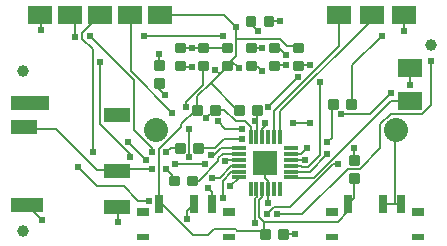
<source format=gtl>
G75*
%MOIN*%
%OFA0B0*%
%FSLAX24Y24*%
%IPPOS*%
%LPD*%
%AMOC8*
5,1,8,0,0,1.08239X$1,22.5*
%
%ADD10C,0.0088*%
%ADD11R,0.0118X0.0472*%
%ADD12R,0.0472X0.0118*%
%ADD13R,0.0472X0.0120*%
%ADD14R,0.0800X0.0800*%
%ADD15R,0.0787X0.0591*%
%ADD16R,0.0276X0.0591*%
%ADD17R,0.0394X0.0236*%
%ADD18R,0.0394X0.0315*%
%ADD19C,0.0800*%
%ADD20R,0.1300X0.0500*%
%ADD21R,0.0900X0.0500*%
%ADD22R,0.1100X0.0500*%
%ADD23C,0.0394*%
%ADD24C,0.0060*%
%ADD25C,0.0240*%
%ADD26C,0.0080*%
D10*
X005748Y002701D02*
X006010Y002701D01*
X005748Y002701D02*
X005748Y002963D01*
X006010Y002963D01*
X006010Y002701D01*
X006010Y002788D02*
X005748Y002788D01*
X005748Y002875D02*
X006010Y002875D01*
X006010Y002962D02*
X005748Y002962D01*
X006348Y002701D02*
X006610Y002701D01*
X006348Y002701D02*
X006348Y002963D01*
X006610Y002963D01*
X006610Y002701D01*
X006610Y002788D02*
X006348Y002788D01*
X006348Y002875D02*
X006610Y002875D01*
X006610Y002962D02*
X006348Y002962D01*
X006207Y003784D02*
X005945Y003784D01*
X005945Y004046D01*
X006207Y004046D01*
X006207Y003784D01*
X006207Y003871D02*
X005945Y003871D01*
X005945Y003958D02*
X006207Y003958D01*
X006207Y004045D02*
X005945Y004045D01*
X006545Y003784D02*
X006807Y003784D01*
X006545Y003784D02*
X006545Y004046D01*
X006807Y004046D01*
X006807Y003784D01*
X006807Y003871D02*
X006545Y003871D01*
X006545Y003958D02*
X006807Y003958D01*
X006807Y004045D02*
X006545Y004045D01*
X006535Y005326D02*
X006797Y005326D01*
X006797Y005064D01*
X006535Y005064D01*
X006535Y005326D01*
X006535Y005151D02*
X006797Y005151D01*
X006797Y005238D02*
X006535Y005238D01*
X006535Y005325D02*
X006797Y005325D01*
X007135Y005326D02*
X007397Y005326D01*
X007397Y005064D01*
X007135Y005064D01*
X007135Y005326D01*
X007135Y005151D02*
X007397Y005151D01*
X007397Y005238D02*
X007135Y005238D01*
X007135Y005325D02*
X007397Y005325D01*
X007913Y005326D02*
X008175Y005326D01*
X008175Y005064D01*
X007913Y005064D01*
X007913Y005326D01*
X007913Y005151D02*
X008175Y005151D01*
X008175Y005238D02*
X007913Y005238D01*
X007913Y005325D02*
X008175Y005325D01*
X008513Y005326D02*
X008775Y005326D01*
X008775Y005064D01*
X008513Y005064D01*
X008513Y005326D01*
X008513Y005151D02*
X008775Y005151D01*
X008775Y005238D02*
X008513Y005238D01*
X008513Y005325D02*
X008775Y005325D01*
X008574Y006535D02*
X008574Y006797D01*
X008574Y006535D02*
X008312Y006535D01*
X008312Y006797D01*
X008574Y006797D01*
X008574Y006622D02*
X008312Y006622D01*
X008312Y006709D02*
X008574Y006709D01*
X008574Y006796D02*
X008312Y006796D01*
X008574Y007135D02*
X008574Y007397D01*
X008574Y007135D02*
X008312Y007135D01*
X008312Y007397D01*
X008574Y007397D01*
X008574Y007222D02*
X008312Y007222D01*
X008312Y007309D02*
X008574Y007309D01*
X008574Y007396D02*
X008312Y007396D01*
X007524Y007397D02*
X007524Y007135D01*
X007524Y007397D02*
X007786Y007397D01*
X007786Y007135D01*
X007524Y007135D01*
X007524Y007222D02*
X007786Y007222D01*
X007786Y007309D02*
X007524Y007309D01*
X007524Y007396D02*
X007786Y007396D01*
X006737Y007397D02*
X006737Y007135D01*
X006737Y007397D02*
X006999Y007397D01*
X006999Y007135D01*
X006737Y007135D01*
X006737Y007222D02*
X006999Y007222D01*
X006999Y007309D02*
X006737Y007309D01*
X006737Y007396D02*
X006999Y007396D01*
X005950Y007397D02*
X005950Y007135D01*
X005950Y007397D02*
X006212Y007397D01*
X006212Y007135D01*
X005950Y007135D01*
X005950Y007222D02*
X006212Y007222D01*
X006212Y007309D02*
X005950Y007309D01*
X005950Y007396D02*
X006212Y007396D01*
X005950Y006797D02*
X005950Y006535D01*
X005950Y006797D02*
X006212Y006797D01*
X006212Y006535D01*
X005950Y006535D01*
X005950Y006622D02*
X006212Y006622D01*
X006212Y006709D02*
X005950Y006709D01*
X005950Y006796D02*
X006212Y006796D01*
X006737Y006797D02*
X006737Y006535D01*
X006737Y006797D02*
X006999Y006797D01*
X006999Y006535D01*
X006737Y006535D01*
X006737Y006622D02*
X006999Y006622D01*
X006999Y006709D02*
X006737Y006709D01*
X006737Y006796D02*
X006999Y006796D01*
X007524Y006797D02*
X007524Y006535D01*
X007524Y006797D02*
X007786Y006797D01*
X007786Y006535D01*
X007524Y006535D01*
X007524Y006622D02*
X007786Y006622D01*
X007786Y006709D02*
X007524Y006709D01*
X007524Y006796D02*
X007786Y006796D01*
X009361Y006797D02*
X009361Y006535D01*
X009099Y006535D01*
X009099Y006797D01*
X009361Y006797D01*
X009361Y006622D02*
X009099Y006622D01*
X009099Y006709D02*
X009361Y006709D01*
X009361Y006796D02*
X009099Y006796D01*
X009361Y007135D02*
X009361Y007397D01*
X009361Y007135D02*
X009099Y007135D01*
X009099Y007397D01*
X009361Y007397D01*
X009361Y007222D02*
X009099Y007222D01*
X009099Y007309D02*
X009361Y007309D01*
X009361Y007396D02*
X009099Y007396D01*
X010149Y007397D02*
X010149Y007135D01*
X009887Y007135D01*
X009887Y007397D01*
X010149Y007397D01*
X010149Y007222D02*
X009887Y007222D01*
X009887Y007309D02*
X010149Y007309D01*
X010149Y007396D02*
X009887Y007396D01*
X010149Y006797D02*
X010149Y006535D01*
X009887Y006535D01*
X009887Y006797D01*
X010149Y006797D01*
X010149Y006622D02*
X009887Y006622D01*
X009887Y006709D02*
X010149Y006709D01*
X010149Y006796D02*
X009887Y006796D01*
X009169Y008278D02*
X008907Y008278D01*
X009169Y008278D02*
X009169Y008016D01*
X008907Y008016D01*
X008907Y008278D01*
X008907Y008103D02*
X009169Y008103D01*
X009169Y008190D02*
X008907Y008190D01*
X008907Y008277D02*
X009169Y008277D01*
X008569Y008278D02*
X008307Y008278D01*
X008569Y008278D02*
X008569Y008016D01*
X008307Y008016D01*
X008307Y008278D01*
X008307Y008103D02*
X008569Y008103D01*
X008569Y008190D02*
X008307Y008190D01*
X008307Y008277D02*
X008569Y008277D01*
X005523Y006807D02*
X005523Y006545D01*
X005261Y006545D01*
X005261Y006807D01*
X005523Y006807D01*
X005523Y006632D02*
X005261Y006632D01*
X005261Y006719D02*
X005523Y006719D01*
X005523Y006806D02*
X005261Y006806D01*
X005523Y006207D02*
X005523Y005945D01*
X005261Y005945D01*
X005261Y006207D01*
X005523Y006207D01*
X005523Y006032D02*
X005261Y006032D01*
X005261Y006119D02*
X005523Y006119D01*
X005523Y006206D02*
X005261Y006206D01*
X011063Y005523D02*
X011325Y005523D01*
X011325Y005261D01*
X011063Y005261D01*
X011063Y005523D01*
X011063Y005348D02*
X011325Y005348D01*
X011325Y005435D02*
X011063Y005435D01*
X011063Y005522D02*
X011325Y005522D01*
X011663Y005523D02*
X011925Y005523D01*
X011925Y005261D01*
X011663Y005261D01*
X011663Y005523D01*
X011663Y005348D02*
X011925Y005348D01*
X011925Y005435D02*
X011663Y005435D01*
X011663Y005522D02*
X011925Y005522D01*
X011757Y003657D02*
X011757Y003395D01*
X011757Y003657D02*
X012019Y003657D01*
X012019Y003395D01*
X011757Y003395D01*
X011757Y003482D02*
X012019Y003482D01*
X012019Y003569D02*
X011757Y003569D01*
X011757Y003656D02*
X012019Y003656D01*
X011757Y003057D02*
X011757Y002795D01*
X011757Y003057D02*
X012019Y003057D01*
X012019Y002795D01*
X011757Y002795D01*
X011757Y002882D02*
X012019Y002882D01*
X012019Y002969D02*
X011757Y002969D01*
X011757Y003056D02*
X012019Y003056D01*
X009661Y001192D02*
X009399Y001192D01*
X009661Y001192D02*
X009661Y000930D01*
X009399Y000930D01*
X009399Y001192D01*
X009399Y001017D02*
X009661Y001017D01*
X009661Y001104D02*
X009399Y001104D01*
X009399Y001191D02*
X009661Y001191D01*
X009061Y001192D02*
X008799Y001192D01*
X009061Y001192D02*
X009061Y000930D01*
X008799Y000930D01*
X008799Y001192D01*
X008799Y001017D02*
X009061Y001017D01*
X009061Y001104D02*
X008799Y001104D01*
X008799Y001191D02*
X009061Y001191D01*
D11*
X009035Y002557D03*
X009235Y002557D03*
X009425Y002557D03*
X008835Y002557D03*
X008635Y002557D03*
X008445Y002557D03*
X008445Y004289D03*
X008635Y004289D03*
X008835Y004289D03*
X009035Y004289D03*
X009235Y004289D03*
X009425Y004289D03*
D12*
X009801Y003913D03*
X009801Y003723D03*
X009801Y003523D03*
X009801Y003323D03*
X009801Y003123D03*
X009801Y002933D03*
X008069Y003323D03*
X008069Y003523D03*
X008069Y003723D03*
X008069Y003913D03*
D13*
X008069Y003123D03*
X008069Y002933D03*
D14*
X008935Y003423D03*
D15*
X013758Y005490D03*
X013758Y006573D03*
X013561Y008344D03*
X012478Y008344D03*
X011395Y008344D03*
X005425Y008350D03*
X004425Y008350D03*
X003425Y008350D03*
X002425Y008350D03*
X001425Y008350D03*
D16*
X005392Y002045D03*
X006573Y002045D03*
X007163Y002045D03*
X011691Y002045D03*
X012872Y002045D03*
X013462Y002045D03*
D17*
X014014Y000962D03*
X011140Y000962D03*
X007714Y000962D03*
X004840Y000962D03*
D18*
X004840Y001789D03*
X007714Y001789D03*
X011140Y001789D03*
X014014Y001789D03*
D19*
X013293Y004506D03*
X005293Y004506D03*
D20*
X001095Y005399D03*
D21*
X000895Y004599D03*
X003995Y004999D03*
X003995Y003149D03*
X003995Y001949D03*
D22*
X000995Y001999D03*
D23*
X000864Y001159D03*
X000864Y006474D03*
X014447Y007360D03*
D24*
X014447Y006819D02*
X014447Y005342D01*
X014151Y005047D01*
X013118Y005047D01*
X012773Y004703D01*
X012773Y003915D01*
X012084Y003226D01*
X011691Y003226D01*
X010165Y001701D01*
X009329Y001701D01*
X009230Y001947D02*
X008984Y001701D01*
X008738Y001602D02*
X008738Y002193D01*
X008836Y002291D01*
X008836Y002537D01*
X008835Y002557D01*
X008640Y002537D02*
X008635Y002557D01*
X008640Y002537D02*
X008640Y002291D01*
X008590Y002242D01*
X008590Y001405D01*
X008738Y001602D02*
X008886Y001455D01*
X011346Y001455D01*
X011691Y001799D01*
X011691Y002045D01*
X011888Y002242D01*
X011888Y002926D01*
X011346Y003374D02*
X011199Y003374D01*
X009771Y001947D01*
X009230Y001947D01*
X008886Y001455D02*
X008886Y001159D01*
X008930Y001061D01*
X008886Y001061D01*
X008886Y001159D01*
X008000Y001159D01*
X007951Y001208D01*
X007212Y001208D01*
X007016Y001012D01*
X006523Y001012D01*
X005392Y002144D01*
X005392Y002045D01*
X005392Y002144D02*
X005392Y003866D01*
X006130Y004604D01*
X006130Y004703D01*
X006622Y005195D01*
X006666Y005195D01*
X006671Y005195D01*
X006671Y005638D01*
X007114Y006081D01*
X008000Y005195D01*
X008044Y005195D01*
X007951Y004801D02*
X007557Y005195D01*
X007266Y005195D01*
X007262Y005195D01*
X006966Y004899D01*
X007360Y004801D02*
X007606Y004555D01*
X008147Y004555D01*
X008246Y004801D02*
X007951Y004801D01*
X008246Y004801D02*
X008443Y004604D01*
X008443Y004309D01*
X008445Y004289D01*
X008635Y004289D02*
X008640Y004309D01*
X008640Y004801D01*
X008590Y004801D01*
X008640Y004801D02*
X008640Y005195D01*
X008644Y005195D01*
X009033Y005293D02*
X010018Y006277D01*
X009624Y006671D02*
X009230Y006671D01*
X009230Y006666D01*
X008836Y006474D02*
X008689Y006622D01*
X008443Y006622D01*
X008443Y006666D01*
X008049Y006573D02*
X007803Y006819D01*
X007655Y006666D01*
X007655Y006671D01*
X007803Y006819D01*
X007951Y006966D01*
X007951Y007557D01*
X009427Y007557D01*
X009673Y007311D01*
X010018Y007311D01*
X010018Y007266D01*
X009624Y007016D02*
X009378Y007262D01*
X009230Y007262D01*
X009230Y007266D01*
X008836Y007262D02*
X008443Y007262D01*
X008443Y007266D01*
X007951Y007557D02*
X007951Y007951D01*
X007557Y008344D01*
X005441Y008344D01*
X005425Y008350D01*
X004456Y008344D02*
X004425Y008350D01*
X004456Y008344D02*
X004456Y006474D01*
X005834Y005096D01*
X006277Y005293D02*
X006277Y005441D01*
X006868Y006031D01*
X006868Y006666D01*
X006474Y006622D02*
X006081Y006622D01*
X006081Y006666D01*
X005392Y006076D02*
X005392Y005884D01*
X005588Y005687D01*
X004555Y006179D02*
X003079Y007655D01*
X002832Y007557D02*
X002832Y007754D01*
X003423Y008344D01*
X003425Y008350D01*
X002586Y008197D02*
X002439Y008344D01*
X002425Y008350D01*
X002586Y008197D02*
X002586Y007606D01*
X002832Y007557D02*
X003177Y007212D01*
X003177Y003768D01*
X002685Y003275D02*
X003325Y002636D01*
X004210Y002636D01*
X004703Y002144D01*
X005047Y002144D01*
X005834Y002832D02*
X005879Y002832D01*
X005834Y002832D02*
X005834Y003029D01*
X005638Y003226D01*
X005933Y003374D02*
X006917Y003374D01*
X007114Y003669D02*
X007212Y003669D01*
X007458Y003915D01*
X008049Y003915D01*
X008069Y003913D01*
X008069Y003723D02*
X008049Y003718D01*
X007508Y003718D01*
X007360Y003571D01*
X007360Y003472D01*
X006720Y002832D01*
X006479Y002832D01*
X007163Y002931D02*
X007409Y002931D01*
X007803Y003325D01*
X008049Y003325D01*
X008069Y003323D01*
X008049Y003128D02*
X007803Y003128D01*
X007508Y002832D01*
X007508Y002242D01*
X007754Y002636D02*
X008049Y002931D01*
X008069Y002933D01*
X008069Y003123D02*
X008049Y003128D01*
X007655Y003521D02*
X007606Y003472D01*
X007655Y003521D02*
X008049Y003521D01*
X008069Y003523D01*
X007557Y004210D02*
X007262Y003915D01*
X006676Y003915D01*
X006376Y003620D02*
X006376Y004555D01*
X006076Y003915D02*
X005785Y003915D01*
X005638Y003768D01*
X005145Y003768D02*
X005145Y003915D01*
X004555Y004506D01*
X004555Y006179D01*
X003423Y006769D02*
X003423Y004703D01*
X004407Y003718D01*
X004407Y003620D01*
X004358Y004112D02*
X004949Y003521D01*
X005145Y003226D02*
X004063Y003226D01*
X004014Y003177D01*
X003995Y003149D01*
X003964Y003177D01*
X003325Y003177D01*
X001947Y004555D01*
X000913Y004555D01*
X000895Y004599D01*
X004899Y007655D02*
X007508Y007655D01*
X008443Y008049D02*
X008689Y007803D01*
X008443Y008049D02*
X008443Y008147D01*
X008438Y008147D01*
X007655Y006666D02*
X007655Y006622D01*
X007409Y006376D01*
X007262Y006523D01*
X007409Y006376D02*
X007114Y006081D01*
X008935Y004752D02*
X008935Y004653D01*
X008836Y004555D01*
X008836Y004309D01*
X008835Y004289D01*
X009230Y004309D02*
X009235Y004289D01*
X009230Y004309D02*
X009230Y005145D01*
X011395Y007311D01*
X011395Y008344D01*
X012478Y008344D02*
X012478Y008197D01*
X009427Y005145D01*
X009427Y004309D01*
X009425Y004289D01*
X009870Y004752D02*
X010411Y004752D01*
X011002Y004112D02*
X011149Y004260D01*
X011149Y005392D01*
X011194Y005392D01*
X011445Y005047D02*
X012429Y005047D01*
X013118Y005736D01*
X013118Y005490D02*
X013758Y005490D01*
X013118Y005490D02*
X010559Y002931D01*
X009821Y002931D01*
X009801Y002933D01*
X009801Y003123D02*
X009821Y003128D01*
X010411Y003128D01*
X011002Y003718D01*
X010756Y003669D02*
X010756Y006130D01*
X011838Y006671D02*
X011838Y005392D01*
X011794Y005392D01*
X013266Y004506D02*
X013293Y004506D01*
X013266Y004506D02*
X013266Y002045D01*
X012872Y002045D01*
X013266Y002045D02*
X013462Y002045D01*
X010756Y003669D02*
X010362Y003275D01*
X010165Y003275D01*
X010116Y003325D01*
X009821Y003325D01*
X009801Y003323D01*
X009821Y003521D02*
X009801Y003523D01*
X009821Y003521D02*
X010264Y003521D01*
X010116Y003718D02*
X009821Y003718D01*
X009801Y003723D01*
X010116Y003718D02*
X010313Y003915D01*
X008147Y004210D02*
X007557Y004210D01*
X006573Y002045D02*
X006327Y001799D01*
X006327Y001553D01*
X011838Y006671D02*
X012823Y007655D01*
D25*
X012823Y007655D03*
X013561Y007803D03*
X014447Y006819D03*
X013758Y006031D03*
X013118Y005736D03*
X011445Y005047D03*
X010411Y004752D03*
X009870Y004752D03*
X009033Y005293D03*
X008935Y004752D03*
X008590Y004801D03*
X008147Y004555D03*
X008147Y004210D03*
X007360Y004801D03*
X006966Y004899D03*
X006376Y004555D03*
X005834Y005096D03*
X006277Y005293D03*
X005588Y005687D03*
X006474Y006622D03*
X007262Y006523D03*
X008049Y006573D03*
X008836Y006474D03*
X009624Y006671D03*
X009624Y007016D03*
X010411Y006671D03*
X010018Y006277D03*
X010756Y006130D03*
X008836Y007262D03*
X008689Y007803D03*
X007951Y007951D03*
X007508Y007655D03*
X006474Y007262D03*
X005392Y007065D03*
X004899Y007655D03*
X003423Y006769D03*
X003079Y007655D03*
X002586Y007606D03*
X001455Y007852D03*
X004358Y004112D03*
X004407Y003620D03*
X004949Y003521D03*
X005145Y003768D03*
X005638Y003768D03*
X005933Y003374D03*
X005638Y003226D03*
X005145Y003226D03*
X006376Y003620D03*
X006917Y003374D03*
X007114Y003669D03*
X007606Y003472D03*
X007163Y002931D03*
X007016Y002586D03*
X007508Y002242D03*
X007754Y002636D03*
X008984Y001701D03*
X009329Y001701D03*
X009033Y002094D03*
X008590Y001405D03*
X009919Y001061D03*
X011346Y003374D03*
X011002Y003718D03*
X011002Y004112D03*
X010313Y003915D03*
X010264Y003521D03*
X011888Y003915D03*
X006327Y001553D03*
X005047Y002144D03*
X004014Y001455D03*
X001504Y001504D03*
X002685Y003275D03*
X003177Y003768D03*
X009427Y008147D03*
D26*
X009038Y008147D01*
X007655Y007266D02*
X007655Y007262D01*
X006868Y007262D01*
X006868Y007266D01*
X006868Y007262D02*
X006474Y007262D01*
X006081Y007262D01*
X006081Y007266D01*
X005392Y007065D02*
X005392Y006676D01*
X001455Y007852D02*
X001455Y008344D01*
X001425Y008350D01*
X008935Y003423D02*
X008935Y002931D01*
X009033Y002832D01*
X009033Y002586D01*
X009035Y002557D01*
X009033Y002537D01*
X009033Y002094D01*
X009530Y001061D02*
X009919Y001061D01*
X007163Y002045D02*
X007163Y002439D01*
X007016Y002586D01*
X004014Y001947D02*
X004014Y001455D01*
X004014Y001947D02*
X003995Y001949D01*
X001504Y001504D02*
X001012Y001996D01*
X000995Y001999D01*
X010018Y006666D02*
X010018Y006671D01*
X010411Y006671D01*
X013561Y007803D02*
X013561Y008344D01*
X013758Y006573D02*
X013758Y006031D01*
X011888Y003915D02*
X011888Y003526D01*
M02*

</source>
